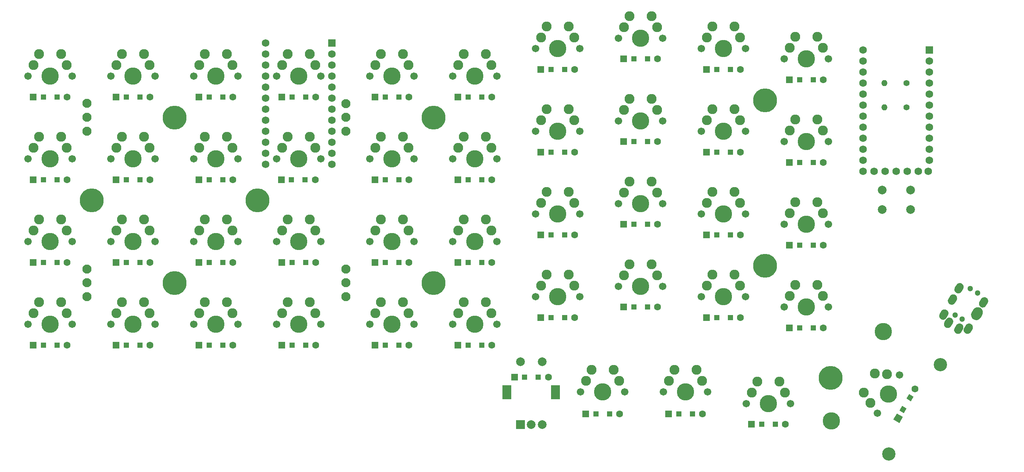
<source format=gbr>
%TF.GenerationSoftware,KiCad,Pcbnew,(5.1.9-0-10_14)*%
%TF.CreationDate,2021-09-05T14:47:07-05:00*%
%TF.ProjectId,wren-universal,7772656e-2d75-46e6-9976-657273616c2e,rev?*%
%TF.SameCoordinates,Original*%
%TF.FileFunction,Soldermask,Bot*%
%TF.FilePolarity,Negative*%
%FSLAX46Y46*%
G04 Gerber Fmt 4.6, Leading zero omitted, Abs format (unit mm)*
G04 Created by KiCad (PCBNEW (5.1.9-0-10_14)) date 2021-09-05 14:47:07*
%MOMM*%
%LPD*%
G01*
G04 APERTURE LIST*
%ADD10C,2.100000*%
%ADD11C,1.701800*%
%ADD12C,2.286000*%
%ADD13C,3.987800*%
%ADD14C,1.752600*%
%ADD15R,1.752600X1.752600*%
%ADD16C,5.500000*%
%ADD17C,1.300000*%
%ADD18C,3.048000*%
%ADD19C,1.600000*%
%ADD20R,1.600000X1.600000*%
%ADD21R,1.200000X1.200000*%
%ADD22O,1.400000X1.400000*%
%ADD23C,1.400000*%
%ADD24C,0.100000*%
%ADD25C,2.000000*%
%ADD26R,2.000000X3.200000*%
%ADD27R,2.000000X2.000000*%
G04 APERTURE END LIST*
D10*
%TO.C,FID10*%
X57143750Y-113855500D03*
%TD*%
%TO.C,FID11*%
X57143750Y-107505500D03*
%TD*%
%TO.C,FID8*%
X57143750Y-110648750D03*
%TD*%
%TO.C,FID13*%
X57143750Y-75755500D03*
%TD*%
%TO.C,FID12*%
X57143750Y-72548750D03*
%TD*%
%TO.C,FID14*%
X57143750Y-69278500D03*
%TD*%
%TO.C,FID6*%
X116706750Y-75755500D03*
%TD*%
%TO.C,FID5*%
X116706750Y-72548750D03*
%TD*%
%TO.C,FID4*%
X116706750Y-69405500D03*
%TD*%
%TO.C,FID9*%
X116706750Y-113855500D03*
%TD*%
%TO.C,FID15*%
X116706750Y-110648750D03*
%TD*%
%TO.C,FID7*%
X116706750Y-107505500D03*
%TD*%
D11*
%TO.C,MX27*%
X100806250Y-101155500D03*
X110966250Y-101155500D03*
D12*
X102076250Y-98615500D03*
D13*
X105886250Y-101155500D03*
D12*
X108426250Y-96075500D03*
X103346250Y-96075500D03*
X109696250Y-98615500D03*
%TD*%
D14*
%TO.C,U2*%
X98244250Y-55435500D03*
X113484250Y-83375500D03*
X98244250Y-57975500D03*
X98244250Y-60515500D03*
X98244250Y-63055500D03*
X98244250Y-65595500D03*
X98244250Y-68135500D03*
X98244250Y-70675500D03*
X98244250Y-73215500D03*
X98244250Y-75755500D03*
X98244250Y-78295500D03*
X98244250Y-80835500D03*
X98244250Y-83375500D03*
X113484250Y-80835500D03*
X113484250Y-78295500D03*
X113484250Y-75755500D03*
X113484250Y-73215500D03*
X113484250Y-70675500D03*
X113484250Y-68135500D03*
X113484250Y-65595500D03*
X113484250Y-63055500D03*
X113484250Y-60515500D03*
X113484250Y-57975500D03*
D15*
X113484250Y-55435500D03*
%TD*%
D16*
%TO.C,H9*%
X58254250Y-91630500D03*
%TD*%
%TO.C,H8*%
X96342250Y-91630500D03*
%TD*%
%TO.C,J1*%
G36*
G01*
X260557204Y-117442649D02*
X260907204Y-116836431D01*
G75*
G02*
X262546434Y-116397201I1039230J-600000D01*
G01*
X262546434Y-116397201D01*
G75*
G02*
X262985664Y-118036431I-600000J-1039230D01*
G01*
X262635664Y-118642649D01*
G75*
G02*
X260996434Y-119081879I-1039230J600000D01*
G01*
X260996434Y-119081879D01*
G75*
G02*
X260557204Y-117442649I600000J1039230D01*
G01*
G37*
G36*
G01*
X262317011Y-114994573D02*
X262667011Y-114388355D01*
G75*
G02*
X263896434Y-114058932I779423J-450000D01*
G01*
X263896434Y-114058932D01*
G75*
G02*
X264225857Y-115288355I-450000J-779423D01*
G01*
X263875857Y-115894573D01*
G75*
G02*
X262646434Y-116223996I-779423J450000D01*
G01*
X262646434Y-116223996D01*
G75*
G02*
X262317011Y-114994573I450000J779423D01*
G01*
G37*
G36*
G01*
X258817011Y-121056751D02*
X259167011Y-120450533D01*
G75*
G02*
X260396434Y-120121110I779423J-450000D01*
G01*
X260396434Y-120121110D01*
G75*
G02*
X260725857Y-121350533I-450000J-779423D01*
G01*
X260375857Y-121956751D01*
G75*
G02*
X259146434Y-122286174I-779423J450000D01*
G01*
X259146434Y-122286174D01*
G75*
G02*
X258817011Y-121056751I450000J779423D01*
G01*
G37*
G36*
G01*
X254283294Y-119709379D02*
X254633294Y-119103161D01*
G75*
G02*
X255862717Y-118773738I779423J-450000D01*
G01*
X255862717Y-118773738D01*
G75*
G02*
X256192140Y-120003161I-450000J-779423D01*
G01*
X255842140Y-120609379D01*
G75*
G02*
X254612717Y-120938802I-779423J450000D01*
G01*
X254612717Y-120938802D01*
G75*
G02*
X254283294Y-119709379I450000J779423D01*
G01*
G37*
D17*
X258379576Y-119014411D03*
X261879576Y-112952233D03*
X260234127Y-112002233D03*
X256734127Y-118064411D03*
G36*
G01*
X256621563Y-121059379D02*
X256971563Y-120453161D01*
G75*
G02*
X258200986Y-120123738I779423J-450000D01*
G01*
X258200986Y-120123738D01*
G75*
G02*
X258530409Y-121353161I-450000J-779423D01*
G01*
X258180409Y-121959379D01*
G75*
G02*
X256950986Y-122288802I-779423J450000D01*
G01*
X256950986Y-122288802D01*
G75*
G02*
X256621563Y-121059379I450000J779423D01*
G01*
G37*
G36*
G01*
X253187846Y-117806751D02*
X253537846Y-117200533D01*
G75*
G02*
X254767269Y-116871110I779423J-450000D01*
G01*
X254767269Y-116871110D01*
G75*
G02*
X255096692Y-118100533I-450000J-779423D01*
G01*
X254746692Y-118706751D01*
G75*
G02*
X253517269Y-119036174I-779423J450000D01*
G01*
X253517269Y-119036174D01*
G75*
G02*
X253187846Y-117806751I450000J779423D01*
G01*
G37*
G36*
G01*
X256687846Y-111744573D02*
X257037846Y-111138355D01*
G75*
G02*
X258267269Y-110808932I779423J-450000D01*
G01*
X258267269Y-110808932D01*
G75*
G02*
X258596692Y-112038355I-450000J-779423D01*
G01*
X258246692Y-112644573D01*
G75*
G02*
X257017269Y-112973996I-779423J450000D01*
G01*
X257017269Y-112973996D01*
G75*
G02*
X256687846Y-111744573I450000J779423D01*
G01*
G37*
G36*
G01*
X255187846Y-114342649D02*
X255537846Y-113736431D01*
G75*
G02*
X256767269Y-113407008I779423J-450000D01*
G01*
X256767269Y-113407008D01*
G75*
G02*
X257096692Y-114636431I-450000J-779423D01*
G01*
X256746692Y-115242649D01*
G75*
G02*
X255517269Y-115572072I-779423J450000D01*
G01*
X255517269Y-115572072D01*
G75*
G02*
X255187846Y-114342649I450000J779423D01*
G01*
G37*
%TD*%
D11*
%TO.C,MX39*%
X62706250Y-120205500D03*
X72866250Y-120205500D03*
D12*
X63976250Y-117665500D03*
D13*
X67786250Y-120205500D03*
D12*
X70326250Y-115125500D03*
X65246250Y-115125500D03*
X71596250Y-117665500D03*
%TD*%
D11*
%TO.C,MX36*%
X122237500Y-120205500D03*
X132397500Y-120205500D03*
D12*
X123507500Y-117665500D03*
D13*
X127317500Y-120205500D03*
D12*
X129857500Y-115125500D03*
X124777500Y-115125500D03*
X131127500Y-117665500D03*
%TD*%
D18*
%TO.C,FID1*%
X253388187Y-129489548D03*
X241488187Y-150100952D03*
D13*
X240189960Y-121869548D03*
X228289960Y-142480952D03*
%TD*%
D11*
%TO.C,MX21*%
X217487500Y-97186750D03*
X227647500Y-97186750D03*
D12*
X218757500Y-94646750D03*
D13*
X222567500Y-97186750D03*
D12*
X225107500Y-92106750D03*
X220027500Y-92106750D03*
X226377500Y-94646750D03*
%TD*%
D11*
%TO.C,MX41*%
X238849000Y-140702159D03*
X243929000Y-131903341D03*
D12*
X237284295Y-138332307D03*
D13*
X241389000Y-136302750D03*
D12*
X238259591Y-131563045D03*
X235719591Y-135962455D03*
X241094295Y-131733193D03*
%TD*%
D11*
%TO.C,MX10*%
X43656250Y-63055500D03*
X53816250Y-63055500D03*
D12*
X44926250Y-60515500D03*
D13*
X48736250Y-63055500D03*
D12*
X51276250Y-57975500D03*
X46196250Y-57975500D03*
X52546250Y-60515500D03*
%TD*%
D11*
%TO.C,MX15*%
X141287500Y-82105500D03*
X151447500Y-82105500D03*
D12*
X142557500Y-79565500D03*
D13*
X146367500Y-82105500D03*
D12*
X148907500Y-77025500D03*
X143827500Y-77025500D03*
X150177500Y-79565500D03*
%TD*%
D11*
%TO.C,MX44*%
X170650000Y-135794750D03*
X180810000Y-135794750D03*
D12*
X171920000Y-133254750D03*
D13*
X175730000Y-135794750D03*
D12*
X178270000Y-130714750D03*
X173190000Y-130714750D03*
X179540000Y-133254750D03*
%TD*%
D11*
%TO.C,MX43*%
X189700000Y-135794750D03*
X199860000Y-135794750D03*
D12*
X190970000Y-133254750D03*
D13*
X194780000Y-135794750D03*
D12*
X197320000Y-130714750D03*
X192240000Y-130714750D03*
X198590000Y-133254750D03*
%TD*%
D11*
%TO.C,MX42*%
X208750000Y-138461750D03*
X218910000Y-138461750D03*
D12*
X210020000Y-135921750D03*
D13*
X213830000Y-138461750D03*
D12*
X216370000Y-133381750D03*
X211290000Y-133381750D03*
X217640000Y-135921750D03*
%TD*%
D11*
%TO.C,MX40*%
X43656250Y-120205500D03*
X53816250Y-120205500D03*
D12*
X44926250Y-117665500D03*
D13*
X48736250Y-120205500D03*
D12*
X51276250Y-115125500D03*
X46196250Y-115125500D03*
X52546250Y-117665500D03*
%TD*%
D11*
%TO.C,MX38*%
X81756250Y-120205500D03*
X91916250Y-120205500D03*
D12*
X83026250Y-117665500D03*
D13*
X86836250Y-120205500D03*
D12*
X89376250Y-115125500D03*
X84296250Y-115125500D03*
X90646250Y-117665500D03*
%TD*%
D11*
%TO.C,MX37*%
X100806250Y-120205500D03*
X110966250Y-120205500D03*
D12*
X102076250Y-117665500D03*
D13*
X105886250Y-120205500D03*
D12*
X108426250Y-115125500D03*
X103346250Y-115125500D03*
X109696250Y-117665500D03*
%TD*%
D11*
%TO.C,MX35*%
X141287500Y-120205500D03*
X151447500Y-120205500D03*
D12*
X142557500Y-117665500D03*
D13*
X146367500Y-120205500D03*
D12*
X148907500Y-115125500D03*
X143827500Y-115125500D03*
X150177500Y-117665500D03*
%TD*%
D11*
%TO.C,MX34*%
X160337500Y-113855500D03*
X170497500Y-113855500D03*
D12*
X161607500Y-111315500D03*
D13*
X165417500Y-113855500D03*
D12*
X167957500Y-108775500D03*
X162877500Y-108775500D03*
X169227500Y-111315500D03*
%TD*%
D11*
%TO.C,MX33*%
X179387500Y-111474250D03*
X189547500Y-111474250D03*
D12*
X180657500Y-108934250D03*
D13*
X184467500Y-111474250D03*
D12*
X187007500Y-106394250D03*
X181927500Y-106394250D03*
X188277500Y-108934250D03*
%TD*%
D11*
%TO.C,MX32*%
X198437500Y-113855500D03*
X208597500Y-113855500D03*
D12*
X199707500Y-111315500D03*
D13*
X203517500Y-113855500D03*
D12*
X206057500Y-108775500D03*
X200977500Y-108775500D03*
X207327500Y-111315500D03*
%TD*%
D11*
%TO.C,MX31*%
X217487500Y-116236750D03*
X227647500Y-116236750D03*
D12*
X218757500Y-113696750D03*
D13*
X222567500Y-116236750D03*
D12*
X225107500Y-111156750D03*
X220027500Y-111156750D03*
X226377500Y-113696750D03*
%TD*%
D11*
%TO.C,MX30*%
X43656250Y-101155500D03*
X53816250Y-101155500D03*
D12*
X44926250Y-98615500D03*
D13*
X48736250Y-101155500D03*
D12*
X51276250Y-96075500D03*
X46196250Y-96075500D03*
X52546250Y-98615500D03*
%TD*%
D11*
%TO.C,MX29*%
X62706250Y-101155500D03*
X72866250Y-101155500D03*
D12*
X63976250Y-98615500D03*
D13*
X67786250Y-101155500D03*
D12*
X70326250Y-96075500D03*
X65246250Y-96075500D03*
X71596250Y-98615500D03*
%TD*%
D11*
%TO.C,MX28*%
X81756250Y-101155500D03*
X91916250Y-101155500D03*
D12*
X83026250Y-98615500D03*
D13*
X86836250Y-101155500D03*
D12*
X89376250Y-96075500D03*
X84296250Y-96075500D03*
X90646250Y-98615500D03*
%TD*%
D11*
%TO.C,MX26*%
X122237500Y-101155500D03*
X132397500Y-101155500D03*
D12*
X123507500Y-98615500D03*
D13*
X127317500Y-101155500D03*
D12*
X129857500Y-96075500D03*
X124777500Y-96075500D03*
X131127500Y-98615500D03*
%TD*%
D11*
%TO.C,MX25*%
X141287500Y-101155500D03*
X151447500Y-101155500D03*
D12*
X142557500Y-98615500D03*
D13*
X146367500Y-101155500D03*
D12*
X148907500Y-96075500D03*
X143827500Y-96075500D03*
X150177500Y-98615500D03*
%TD*%
D11*
%TO.C,MX24*%
X160337500Y-94805500D03*
X170497500Y-94805500D03*
D12*
X161607500Y-92265500D03*
D13*
X165417500Y-94805500D03*
D12*
X167957500Y-89725500D03*
X162877500Y-89725500D03*
X169227500Y-92265500D03*
%TD*%
D11*
%TO.C,MX23*%
X179387500Y-92424250D03*
X189547500Y-92424250D03*
D12*
X180657500Y-89884250D03*
D13*
X184467500Y-92424250D03*
D12*
X187007500Y-87344250D03*
X181927500Y-87344250D03*
X188277500Y-89884250D03*
%TD*%
D11*
%TO.C,MX22*%
X198437500Y-94805500D03*
X208597500Y-94805500D03*
D12*
X199707500Y-92265500D03*
D13*
X203517500Y-94805500D03*
D12*
X206057500Y-89725500D03*
X200977500Y-89725500D03*
X207327500Y-92265500D03*
%TD*%
D11*
%TO.C,MX20*%
X43656250Y-82105500D03*
X53816250Y-82105500D03*
D12*
X44926250Y-79565500D03*
D13*
X48736250Y-82105500D03*
D12*
X51276250Y-77025500D03*
X46196250Y-77025500D03*
X52546250Y-79565500D03*
%TD*%
D11*
%TO.C,MX19*%
X62706250Y-82105500D03*
X72866250Y-82105500D03*
D12*
X63976250Y-79565500D03*
D13*
X67786250Y-82105500D03*
D12*
X70326250Y-77025500D03*
X65246250Y-77025500D03*
X71596250Y-79565500D03*
%TD*%
D11*
%TO.C,MX18*%
X81756250Y-82105500D03*
X91916250Y-82105500D03*
D12*
X83026250Y-79565500D03*
D13*
X86836250Y-82105500D03*
D12*
X89376250Y-77025500D03*
X84296250Y-77025500D03*
X90646250Y-79565500D03*
%TD*%
D11*
%TO.C,MX17*%
X100806250Y-82105500D03*
X110966250Y-82105500D03*
D12*
X102076250Y-79565500D03*
D13*
X105886250Y-82105500D03*
D12*
X108426250Y-77025500D03*
X103346250Y-77025500D03*
X109696250Y-79565500D03*
%TD*%
D11*
%TO.C,MX16*%
X122237500Y-82105500D03*
X132397500Y-82105500D03*
D12*
X123507500Y-79565500D03*
D13*
X127317500Y-82105500D03*
D12*
X129857500Y-77025500D03*
X124777500Y-77025500D03*
X131127500Y-79565500D03*
%TD*%
D11*
%TO.C,MX14*%
X160337500Y-75755500D03*
X170497500Y-75755500D03*
D12*
X161607500Y-73215500D03*
D13*
X165417500Y-75755500D03*
D12*
X167957500Y-70675500D03*
X162877500Y-70675500D03*
X169227500Y-73215500D03*
%TD*%
D11*
%TO.C,MX13*%
X179387500Y-73374250D03*
X189547500Y-73374250D03*
D12*
X180657500Y-70834250D03*
D13*
X184467500Y-73374250D03*
D12*
X187007500Y-68294250D03*
X181927500Y-68294250D03*
X188277500Y-70834250D03*
%TD*%
D11*
%TO.C,MX12*%
X198437500Y-75755500D03*
X208597500Y-75755500D03*
D12*
X199707500Y-73215500D03*
D13*
X203517500Y-75755500D03*
D12*
X206057500Y-70675500D03*
X200977500Y-70675500D03*
X207327500Y-73215500D03*
%TD*%
D11*
%TO.C,MX11*%
X217487500Y-78136750D03*
X227647500Y-78136750D03*
D12*
X218757500Y-75596750D03*
D13*
X222567500Y-78136750D03*
D12*
X225107500Y-73056750D03*
X220027500Y-73056750D03*
X226377500Y-75596750D03*
%TD*%
D11*
%TO.C,MX9*%
X62706250Y-63055500D03*
X72866250Y-63055500D03*
D12*
X63976250Y-60515500D03*
D13*
X67786250Y-63055500D03*
D12*
X70326250Y-57975500D03*
X65246250Y-57975500D03*
X71596250Y-60515500D03*
%TD*%
D11*
%TO.C,MX8*%
X81756250Y-63055500D03*
X91916250Y-63055500D03*
D12*
X83026250Y-60515500D03*
D13*
X86836250Y-63055500D03*
D12*
X89376250Y-57975500D03*
X84296250Y-57975500D03*
X90646250Y-60515500D03*
%TD*%
D11*
%TO.C,MX7*%
X100806250Y-63055500D03*
X110966250Y-63055500D03*
D12*
X102076250Y-60515500D03*
D13*
X105886250Y-63055500D03*
D12*
X108426250Y-57975500D03*
X103346250Y-57975500D03*
X109696250Y-60515500D03*
%TD*%
D11*
%TO.C,MX6*%
X122237500Y-63055500D03*
X132397500Y-63055500D03*
D12*
X123507500Y-60515500D03*
D13*
X127317500Y-63055500D03*
D12*
X129857500Y-57975500D03*
X124777500Y-57975500D03*
X131127500Y-60515500D03*
%TD*%
D11*
%TO.C,MX5*%
X141287500Y-63055500D03*
X151447500Y-63055500D03*
D12*
X142557500Y-60515500D03*
D13*
X146367500Y-63055500D03*
D12*
X148907500Y-57975500D03*
X143827500Y-57975500D03*
X150177500Y-60515500D03*
%TD*%
D11*
%TO.C,MX4*%
X160337500Y-56705500D03*
X170497500Y-56705500D03*
D12*
X161607500Y-54165500D03*
D13*
X165417500Y-56705500D03*
D12*
X167957500Y-51625500D03*
X162877500Y-51625500D03*
X169227500Y-54165500D03*
%TD*%
D11*
%TO.C,MX3*%
X179387500Y-54324250D03*
X189547500Y-54324250D03*
D12*
X180657500Y-51784250D03*
D13*
X184467500Y-54324250D03*
D12*
X187007500Y-49244250D03*
X181927500Y-49244250D03*
X188277500Y-51784250D03*
%TD*%
D11*
%TO.C,MX2*%
X198437500Y-56705500D03*
X208597500Y-56705500D03*
D12*
X199707500Y-54165500D03*
D13*
X203517500Y-56705500D03*
D12*
X206057500Y-51625500D03*
X200977500Y-51625500D03*
X207327500Y-54165500D03*
%TD*%
D11*
%TO.C,MX1*%
X217487500Y-59086750D03*
X227647500Y-59086750D03*
D12*
X218757500Y-56546750D03*
D13*
X222567500Y-59086750D03*
D12*
X225107500Y-54006750D03*
X220027500Y-54006750D03*
X226377500Y-56546750D03*
%TD*%
D14*
%TO.C,U1*%
X248285000Y-84963000D03*
X245745000Y-84963000D03*
X243205000Y-84963000D03*
X240665000Y-84963000D03*
X238125000Y-84963000D03*
X235585000Y-57023000D03*
X250596400Y-84963000D03*
X235585000Y-59563000D03*
X235585000Y-62103000D03*
X235585000Y-64643000D03*
X235585000Y-67183000D03*
X235585000Y-69723000D03*
X235585000Y-72263000D03*
X235585000Y-74803000D03*
X235585000Y-77343000D03*
X235585000Y-79883000D03*
X235585000Y-82423000D03*
X235585000Y-84963000D03*
X250825000Y-82423000D03*
X250825000Y-79883000D03*
X250825000Y-77343000D03*
X250825000Y-74803000D03*
X250825000Y-72263000D03*
X250825000Y-69723000D03*
X250825000Y-67183000D03*
X250825000Y-64643000D03*
X250825000Y-62103000D03*
X250825000Y-59563000D03*
D15*
X250825000Y-57023000D03*
%TD*%
D19*
%TO.C,D43*%
X198680000Y-140843000D03*
D20*
X190880000Y-140843000D03*
D21*
X193205000Y-140843000D03*
X196355000Y-140843000D03*
%TD*%
D16*
%TO.C,H7*%
X228155500Y-132556250D03*
%TD*%
%TO.C,H6*%
X213042500Y-106711750D03*
%TD*%
%TO.C,H5*%
X136842500Y-110680500D03*
%TD*%
%TO.C,H4*%
X77305000Y-110680500D03*
%TD*%
%TO.C,H3*%
X213042500Y-68611750D03*
%TD*%
%TO.C,H2*%
X136842500Y-72580500D03*
%TD*%
%TO.C,H1*%
X77305000Y-72580500D03*
%TD*%
D22*
%TO.C,R2*%
X240490000Y-70199250D03*
D23*
X245570000Y-70199250D03*
%TD*%
D22*
%TO.C,R1*%
X240490000Y-64643000D03*
D23*
X245570000Y-64643000D03*
%TD*%
D19*
%TO.C,D45*%
X163247000Y-132365750D03*
D20*
X155447000Y-132365750D03*
D21*
X157772000Y-132365750D03*
X160922000Y-132365750D03*
%TD*%
D19*
%TO.C,D44*%
X179630000Y-140843000D03*
D20*
X171830000Y-140843000D03*
D21*
X174155000Y-140843000D03*
X177305000Y-140843000D03*
%TD*%
D19*
%TO.C,D42*%
X217730000Y-143224250D03*
D20*
X209930000Y-143224250D03*
D21*
X212255000Y-143224250D03*
X215405000Y-143224250D03*
%TD*%
D19*
%TO.C,D41*%
X247523000Y-135084251D03*
D24*
G36*
X243915820Y-142932069D02*
G01*
X242530180Y-142132069D01*
X243330180Y-140746429D01*
X244715820Y-141546429D01*
X243915820Y-142932069D01*
G37*
G36*
X245005115Y-140645355D02*
G01*
X243965885Y-140045355D01*
X244565885Y-139006125D01*
X245605115Y-139606125D01*
X245005115Y-140645355D01*
G37*
G36*
X246580115Y-137917375D02*
G01*
X245540885Y-137317375D01*
X246140885Y-136278145D01*
X247180115Y-136878145D01*
X246580115Y-137917375D01*
G37*
%TD*%
D19*
%TO.C,D40*%
X52630000Y-124968000D03*
D20*
X44830000Y-124968000D03*
D21*
X47155000Y-124968000D03*
X50305000Y-124968000D03*
%TD*%
D19*
%TO.C,D39*%
X71680000Y-124968000D03*
D20*
X63880000Y-124968000D03*
D21*
X66205000Y-124968000D03*
X69355000Y-124968000D03*
%TD*%
D19*
%TO.C,D38*%
X90730000Y-124968000D03*
D20*
X82930000Y-124968000D03*
D21*
X85255000Y-124968000D03*
X88405000Y-124968000D03*
%TD*%
D19*
%TO.C,D37*%
X109780000Y-124968000D03*
D20*
X101980000Y-124968000D03*
D21*
X104305000Y-124968000D03*
X107455000Y-124968000D03*
%TD*%
D19*
%TO.C,D36*%
X131211250Y-124968000D03*
D20*
X123411250Y-124968000D03*
D21*
X125736250Y-124968000D03*
X128886250Y-124968000D03*
%TD*%
D19*
%TO.C,D35*%
X150261250Y-124968000D03*
D20*
X142461250Y-124968000D03*
D21*
X144786250Y-124968000D03*
X147936250Y-124968000D03*
%TD*%
D19*
%TO.C,D34*%
X169311250Y-118618000D03*
D20*
X161511250Y-118618000D03*
D21*
X163836250Y-118618000D03*
X166986250Y-118618000D03*
%TD*%
D19*
%TO.C,D33*%
X188361250Y-116236750D03*
D20*
X180561250Y-116236750D03*
D21*
X182886250Y-116236750D03*
X186036250Y-116236750D03*
%TD*%
D19*
%TO.C,D32*%
X207411250Y-118618000D03*
D20*
X199611250Y-118618000D03*
D21*
X201936250Y-118618000D03*
X205086250Y-118618000D03*
%TD*%
D19*
%TO.C,D31*%
X226461250Y-120999250D03*
D20*
X218661250Y-120999250D03*
D21*
X220986250Y-120999250D03*
X224136250Y-120999250D03*
%TD*%
D19*
%TO.C,D30*%
X52630000Y-105918000D03*
D20*
X44830000Y-105918000D03*
D21*
X47155000Y-105918000D03*
X50305000Y-105918000D03*
%TD*%
D19*
%TO.C,D29*%
X71680000Y-105918000D03*
D20*
X63880000Y-105918000D03*
D21*
X66205000Y-105918000D03*
X69355000Y-105918000D03*
%TD*%
D19*
%TO.C,D28*%
X90730000Y-105918000D03*
D20*
X82930000Y-105918000D03*
D21*
X85255000Y-105918000D03*
X88405000Y-105918000D03*
%TD*%
D19*
%TO.C,D27*%
X109780000Y-105918000D03*
D20*
X101980000Y-105918000D03*
D21*
X104305000Y-105918000D03*
X107455000Y-105918000D03*
%TD*%
D19*
%TO.C,D26*%
X131211250Y-105918000D03*
D20*
X123411250Y-105918000D03*
D21*
X125736250Y-105918000D03*
X128886250Y-105918000D03*
%TD*%
D19*
%TO.C,D25*%
X150261250Y-105918000D03*
D20*
X142461250Y-105918000D03*
D21*
X144786250Y-105918000D03*
X147936250Y-105918000D03*
%TD*%
D19*
%TO.C,D24*%
X169311250Y-99568000D03*
D20*
X161511250Y-99568000D03*
D21*
X163836250Y-99568000D03*
X166986250Y-99568000D03*
%TD*%
D19*
%TO.C,D23*%
X188361250Y-97186750D03*
D20*
X180561250Y-97186750D03*
D21*
X182886250Y-97186750D03*
X186036250Y-97186750D03*
%TD*%
D19*
%TO.C,D22*%
X207411250Y-99568000D03*
D20*
X199611250Y-99568000D03*
D21*
X201936250Y-99568000D03*
X205086250Y-99568000D03*
%TD*%
D19*
%TO.C,D21*%
X226461250Y-101949250D03*
D20*
X218661250Y-101949250D03*
D21*
X220986250Y-101949250D03*
X224136250Y-101949250D03*
%TD*%
D19*
%TO.C,D20*%
X52630000Y-86868000D03*
D20*
X44830000Y-86868000D03*
D21*
X47155000Y-86868000D03*
X50305000Y-86868000D03*
%TD*%
D19*
%TO.C,D19*%
X71680000Y-86868000D03*
D20*
X63880000Y-86868000D03*
D21*
X66205000Y-86868000D03*
X69355000Y-86868000D03*
%TD*%
D19*
%TO.C,D18*%
X90730000Y-86868000D03*
D20*
X82930000Y-86868000D03*
D21*
X85255000Y-86868000D03*
X88405000Y-86868000D03*
%TD*%
D19*
%TO.C,D17*%
X109653000Y-86868000D03*
D20*
X101853000Y-86868000D03*
D21*
X104178000Y-86868000D03*
X107328000Y-86868000D03*
%TD*%
D19*
%TO.C,D16*%
X131211250Y-86868000D03*
D20*
X123411250Y-86868000D03*
D21*
X125736250Y-86868000D03*
X128886250Y-86868000D03*
%TD*%
D19*
%TO.C,D15*%
X150261250Y-86868000D03*
D20*
X142461250Y-86868000D03*
D21*
X144786250Y-86868000D03*
X147936250Y-86868000D03*
%TD*%
D19*
%TO.C,D14*%
X169311250Y-80518000D03*
D20*
X161511250Y-80518000D03*
D21*
X163836250Y-80518000D03*
X166986250Y-80518000D03*
%TD*%
D19*
%TO.C,D13*%
X188361250Y-78136750D03*
D20*
X180561250Y-78136750D03*
D21*
X182886250Y-78136750D03*
X186036250Y-78136750D03*
%TD*%
D19*
%TO.C,D12*%
X207411250Y-80518000D03*
D20*
X199611250Y-80518000D03*
D21*
X201936250Y-80518000D03*
X205086250Y-80518000D03*
%TD*%
D19*
%TO.C,D11*%
X226461250Y-82899250D03*
D20*
X218661250Y-82899250D03*
D21*
X220986250Y-82899250D03*
X224136250Y-82899250D03*
%TD*%
D19*
%TO.C,D10*%
X52630000Y-67818000D03*
D20*
X44830000Y-67818000D03*
D21*
X47155000Y-67818000D03*
X50305000Y-67818000D03*
%TD*%
D19*
%TO.C,D9*%
X71680000Y-67818000D03*
D20*
X63880000Y-67818000D03*
D21*
X66205000Y-67818000D03*
X69355000Y-67818000D03*
%TD*%
D19*
%TO.C,D8*%
X90730000Y-67818000D03*
D20*
X82930000Y-67818000D03*
D21*
X85255000Y-67818000D03*
X88405000Y-67818000D03*
%TD*%
D19*
%TO.C,D7*%
X109780000Y-67818000D03*
D20*
X101980000Y-67818000D03*
D21*
X104305000Y-67818000D03*
X107455000Y-67818000D03*
%TD*%
D19*
%TO.C,D6*%
X131211250Y-67818000D03*
D20*
X123411250Y-67818000D03*
D21*
X125736250Y-67818000D03*
X128886250Y-67818000D03*
%TD*%
D19*
%TO.C,D5*%
X150261250Y-67818000D03*
D20*
X142461250Y-67818000D03*
D21*
X144786250Y-67818000D03*
X147936250Y-67818000D03*
%TD*%
D19*
%TO.C,D4*%
X169311250Y-61468000D03*
D20*
X161511250Y-61468000D03*
D21*
X163836250Y-61468000D03*
X166986250Y-61468000D03*
%TD*%
D19*
%TO.C,D3*%
X188361250Y-59086750D03*
D20*
X180561250Y-59086750D03*
D21*
X182886250Y-59086750D03*
X186036250Y-59086750D03*
%TD*%
D19*
%TO.C,D2*%
X207411250Y-61468000D03*
D20*
X199611250Y-61468000D03*
D21*
X201936250Y-61468000D03*
X205086250Y-61468000D03*
%TD*%
D19*
%TO.C,D1*%
X226461250Y-63849250D03*
D20*
X218661250Y-63849250D03*
D21*
X220986250Y-63849250D03*
X224136250Y-63849250D03*
%TD*%
D25*
%TO.C,ENC1*%
X161807000Y-128809750D03*
X156807000Y-128809750D03*
D26*
X164907000Y-135809750D03*
X153707000Y-135809750D03*
D25*
X161807000Y-143309750D03*
X159307000Y-143309750D03*
D27*
X156807000Y-143309750D03*
%TD*%
D25*
%TO.C,SW0*%
X246466500Y-89249250D03*
X246466500Y-93749250D03*
X239966500Y-89249250D03*
X239966500Y-93749250D03*
%TD*%
M02*

</source>
